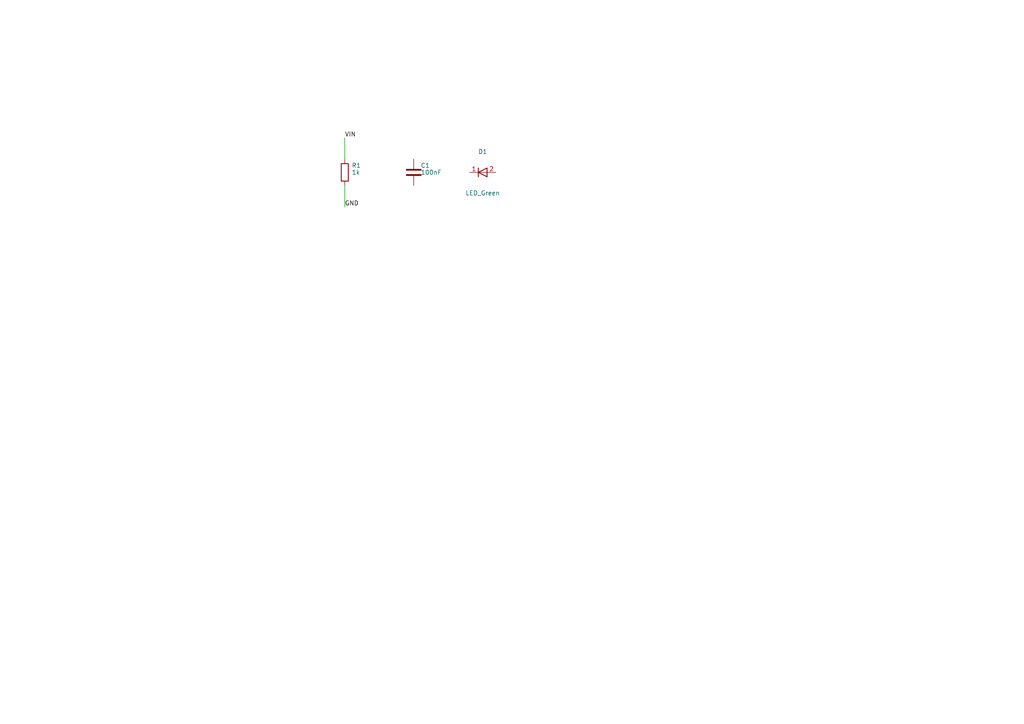
<source format=kicad_sch>
(kicad_sch (version 20231120) (generator "kicadtools_test") (generator_version "8.0")
  (paper "A4")
  (title_block (title "Test Project Schematic") (date "2024-12-30") (rev "1.0") (company "KiCad Tools Test"))
  (lib_symbols
    (symbol "Device:R" (pin_numbers hide) (pin_names hide)
      (symbol "R_0_1"
        (rectangle (start -1.016 -2.54) (end 1.016 2.54) (stroke (width 0.254)))
      )
      (symbol "R_1_1"
        (pin passive line (at 0 3.81 270) (length 1.27) (name "~") (number "1"))
        (pin passive line (at 0 -3.81 90) (length 1.27) (name "~") (number "2"))
      )
    )
    (symbol "Device:C" (pin_numbers hide) (pin_names hide)
      (symbol "C_0_1"
        (polyline (pts (xy -2.032 -0.762) (xy 2.032 -0.762)) (stroke (width 0.508)))
        (polyline (pts (xy -2.032 0.762) (xy 2.032 0.762)) (stroke (width 0.508)))
      )
      (symbol "C_1_1"
        (pin passive line (at 0 3.81 270) (length 2.794) (name "~") (number "1"))
        (pin passive line (at 0 -3.81 90) (length 2.794) (name "~") (number "2"))
      )
    )
    (symbol "Device:LED" (pin_names hide)
      (symbol "LED_0_1"
        (polyline (pts (xy -1.27 -1.27) (xy -1.27 1.27)) (stroke (width 0.254)))
        (polyline (pts (xy -1.27 0) (xy 1.27 0)))
        (polyline (pts (xy 1.27 -1.27) (xy 1.27 1.27) (xy -1.27 0) (xy 1.27 -1.27)) (stroke (width 0.254)))
      )
      (symbol "LED_1_1"
        (pin passive line (at -3.81 0 0) (length 2.54) (name "K") (number "1"))
        (pin passive line (at 3.81 0 180) (length 2.54) (name "A") (number "2"))
      )
    )
  )
  (symbol (lib_id "Device:R") (at 100 50 0) (unit 1)
    (property "Reference" "R1" (at 102 48 0) (effects (justify left)))
    (property "Value" "1k" (at 102 50 0) (effects (justify left)))
    (property "Footprint" "Resistor_SMD:R_0603_1608Metric" (effects hide))
  )
  (symbol (lib_id "Device:C") (at 120 50 0) (unit 1)
    (property "Reference" "C1" (at 122 48 0) (effects (justify left)))
    (property "Value" "100nF" (at 122 50 0) (effects (justify left)))
    (property "Footprint" "Capacitor_SMD:C_0603_1608Metric" (effects hide))
  )
  (symbol (lib_id "Device:LED") (at 140 50 0) (unit 1)
    (property "Reference" "D1" (at 140 44 0))
    (property "Value" "LED_Green" (at 140 56 0))
    (property "Footprint" "LED_SMD:LED_0603_1608Metric" (effects hide))
  )
  (wire (pts (xy 100 46.19) (xy 100 40)))
  (wire (pts (xy 100 53.81) (xy 100 60)))
  (label "VIN" (at 100 40 0))
  (label "GND" (at 100 60 0))
)
</source>
